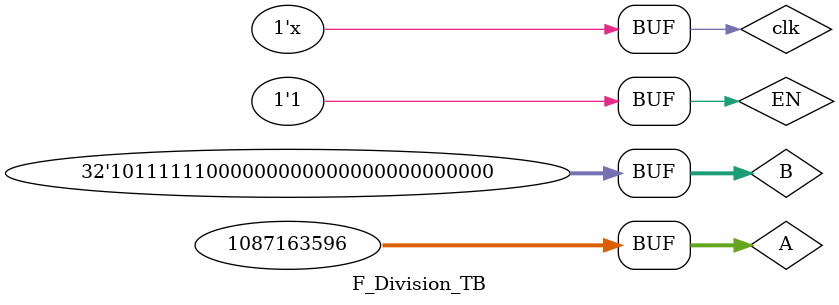
<source format=v>
`timescale 1ns / 1ps
module F_Division_TB ();
reg [31:0] A,B;
reg clk,RST;
reg                       EN ;
reg overflow, underflow, exception;
wire [31:0] result;
//real  value;
F_Division F_Div (
.A(A),
.B(B),
.RST(RST),
.clk(clk),
.EN(EN),
.overflow(overflow),
.underflow(underflow),
.exception(exception),
.result(result));

initial  
begin
 $display("\t\t  Time a b result ");
 $monitor("%d %b %b %b ", $time , A, B, result); 
 
 
 //initial values
clk = 1'b0;
EN = 1'b1 ;

A = 32'b01000001000111000000000000000000;  // 9.75
B = 32'b01000000100000000000000000000000;  // 4
#20


A = 32'b00000000000000000000000000000000;   // 0
B = 32'b01000001000111000000000000000000;  // 9.75
//#20 
//A = 32'b00111111101001100110011001100110;    // 1.3
//B = 32'b00000000000000000000000000000000;   // 0
#20
A = 32'b01111111100000000000000000000000;   // inf
B = 32'b01000001000111000000000000000000;  // 9.75
//#20 
//A = 32'b00111111101001100110011001100110;    // 1.3
//B = 32'b01111111100000000000000000000000;  // inf
#20

A = 32'b01000001101100100110011001100110; // 22.3
B = 32'b10111111000000000000000000000000;  // -0.5
#20

A = 32'b0_01111110_01010001111010111000010;  // 0.66
B = 32'b0_01111110_00000101000111101011100;  // 0.51
#20
A = 32'b1_10000001_10011001100110011001100;  // -6.4 
B = 32'b1_01111110_00000000000000000000000;  // -0.5
#20
A = 32'b0_10000001_10011001100110011001100;  // 6.4
B = 32'b1_01111110_00000000000000000000000;  // -0.5

end
always #5 clk = ~clk;
endmodule
</source>
